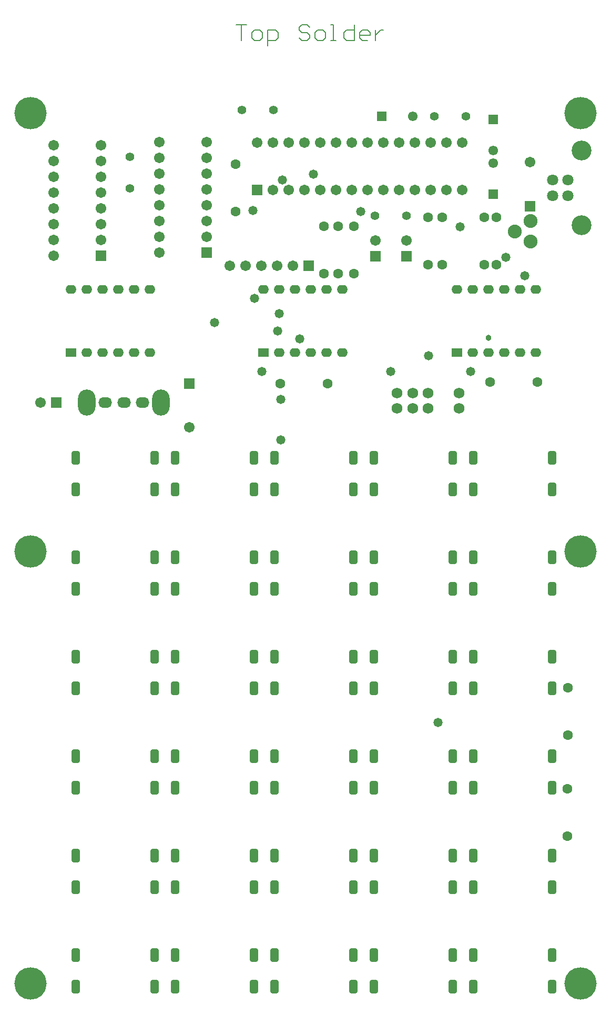
<source format=gts>
%FSLAX25Y25*%
%MOIN*%
G70*
G01*
G75*
G04 Layer_Color=8388736*
%ADD10C,0.01000*%
%ADD11C,0.02000*%
%ADD12C,0.04000*%
%ADD13C,0.02500*%
%ADD14C,0.00600*%
%ADD15C,0.11811*%
%ADD16C,0.06299*%
%ADD17C,0.05512*%
%ADD18C,0.06000*%
%ADD19O,0.10236X0.15748*%
%ADD20O,0.07874X0.06000*%
%ADD21C,0.19685*%
G04:AMPARAMS|DCode=22|XSize=47.24mil|YSize=80mil|CornerRadius=11.81mil|HoleSize=0mil|Usage=FLASHONLY|Rotation=0.000|XOffset=0mil|YOffset=0mil|HoleType=Round|Shape=RoundedRectangle|*
%AMROUNDEDRECTD22*
21,1,0.04724,0.05638,0,0,0.0*
21,1,0.02362,0.08000,0,0,0.0*
1,1,0.02362,0.01181,-0.02819*
1,1,0.02362,-0.01181,-0.02819*
1,1,0.02362,-0.01181,0.02819*
1,1,0.02362,0.01181,0.02819*
%
%ADD22ROUNDEDRECTD22*%
%ADD23C,0.04724*%
%ADD24O,0.06000X0.04724*%
%ADD25R,0.06000X0.04724*%
%ADD26C,0.05906*%
%ADD27R,0.05906X0.05906*%
%ADD28R,0.05315X0.05315*%
%ADD29C,0.05315*%
%ADD30R,0.05906X0.05906*%
%ADD31C,0.08000*%
%ADD32R,0.05315X0.05315*%
%ADD33R,0.05906X0.05906*%
%ADD34C,0.05906*%
%ADD35C,0.05000*%
%ADD36C,0.03000*%
%ADD37C,0.00800*%
%ADD38C,0.03937*%
%ADD39C,0.03386*%
%ADD40C,0.02362*%
%ADD41C,0.00984*%
%ADD42C,0.00787*%
%ADD43C,0.00500*%
%ADD44C,0.00100*%
%ADD45C,0.03000*%
%ADD46C,0.00799*%
%ADD47R,0.07480X0.03150*%
%ADD48C,0.12611*%
%ADD49C,0.07099*%
%ADD50C,0.06312*%
%ADD51C,0.06800*%
%ADD52O,0.11036X0.16548*%
%ADD53O,0.08674X0.06800*%
%ADD54C,0.20485*%
G04:AMPARAMS|DCode=55|XSize=55.24mil|YSize=88mil|CornerRadius=15.81mil|HoleSize=0mil|Usage=FLASHONLY|Rotation=0.000|XOffset=0mil|YOffset=0mil|HoleType=Round|Shape=RoundedRectangle|*
%AMROUNDEDRECTD55*
21,1,0.05524,0.05638,0,0,0.0*
21,1,0.02362,0.08800,0,0,0.0*
1,1,0.03162,0.01181,-0.02819*
1,1,0.03162,-0.01181,-0.02819*
1,1,0.03162,-0.01181,0.02819*
1,1,0.03162,0.01181,0.02819*
%
%ADD55ROUNDEDRECTD55*%
%ADD56C,0.05524*%
%ADD57O,0.06800X0.05524*%
%ADD58R,0.06800X0.05524*%
%ADD59C,0.06706*%
%ADD60R,0.06706X0.06706*%
%ADD61R,0.06115X0.06115*%
%ADD62C,0.06115*%
%ADD63R,0.06706X0.06706*%
%ADD64C,0.08800*%
%ADD65R,0.06115X0.06115*%
%ADD66R,0.06706X0.06706*%
%ADD67C,0.06706*%
%ADD68C,0.05800*%
%ADD69C,0.03800*%
D14*
X140165Y633029D02*
X146830D01*
X143498D01*
Y623032D01*
X151828D02*
X155160D01*
X156827Y624698D01*
Y628031D01*
X155160Y629697D01*
X151828D01*
X150162Y628031D01*
Y624698D01*
X151828Y623032D01*
X160159Y619700D02*
Y629697D01*
X165157D01*
X166823Y628031D01*
Y624698D01*
X165157Y623032D01*
X160159D01*
X186817Y631363D02*
X185151Y633029D01*
X181819D01*
X180152Y631363D01*
Y629697D01*
X181819Y628031D01*
X185151D01*
X186817Y626365D01*
Y624698D01*
X185151Y623032D01*
X181819D01*
X180152Y624698D01*
X191815Y623032D02*
X195148D01*
X196814Y624698D01*
Y628031D01*
X195148Y629697D01*
X191815D01*
X190149Y628031D01*
Y624698D01*
X191815Y623032D01*
X200146D02*
X203478D01*
X201812D01*
Y633029D01*
X200146D01*
X215141D02*
Y623032D01*
X210143D01*
X208477Y624698D01*
Y628031D01*
X210143Y629697D01*
X215141D01*
X223472Y623032D02*
X220140D01*
X218473Y624698D01*
Y628031D01*
X220140Y629697D01*
X223472D01*
X225138Y628031D01*
Y626365D01*
X218473D01*
X228470Y629697D02*
Y623032D01*
Y626365D01*
X230136Y628031D01*
X231802Y629697D01*
X233469D01*
D48*
X359055Y553228D02*
D03*
Y505827D02*
D03*
D49*
X350394Y534449D02*
D03*
Y524606D02*
D03*
X340551D02*
D03*
Y534449D02*
D03*
D50*
X301000Y406496D02*
D03*
X331000D02*
D03*
X350394Y212835D02*
D03*
Y182835D02*
D03*
X350000Y148858D02*
D03*
Y118858D02*
D03*
X204725Y475157D02*
D03*
Y505157D02*
D03*
X168071Y405512D02*
D03*
X198071D02*
D03*
X214567Y475157D02*
D03*
Y505157D02*
D03*
X305118Y481063D02*
D03*
Y511063D02*
D03*
X297244Y481063D02*
D03*
Y511063D02*
D03*
X261811Y481063D02*
D03*
Y511063D02*
D03*
X270622Y481063D02*
D03*
Y511063D02*
D03*
X139764Y544528D02*
D03*
Y514528D02*
D03*
X195866Y505158D02*
D03*
Y475157D02*
D03*
D51*
X281496Y399606D02*
D03*
X261811D02*
D03*
X242126D02*
D03*
X251969D02*
D03*
X281496Y389764D02*
D03*
X261811D02*
D03*
X251969D02*
D03*
X242126D02*
D03*
D52*
X45276Y393701D02*
D03*
X92520D02*
D03*
D53*
X57087D02*
D03*
X68898D02*
D03*
X80709D02*
D03*
D54*
X358268Y299213D02*
D03*
X9843D02*
D03*
Y25591D02*
D03*
X358268D02*
D03*
X9843Y576772D02*
D03*
X358268D02*
D03*
D55*
X290461Y275433D02*
D03*
X340461Y295433D02*
D03*
Y275433D02*
D03*
X290461Y295433D02*
D03*
X227469D02*
D03*
X277469Y275433D02*
D03*
Y295433D02*
D03*
X227469Y275433D02*
D03*
X164476D02*
D03*
X214476Y295433D02*
D03*
Y275433D02*
D03*
X164476Y295433D02*
D03*
X101484D02*
D03*
X151484Y275433D02*
D03*
Y295433D02*
D03*
X101484Y275433D02*
D03*
X38492D02*
D03*
X88492Y295433D02*
D03*
Y275433D02*
D03*
X38492Y295433D02*
D03*
X290461Y232441D02*
D03*
X340461Y212441D02*
D03*
Y232441D02*
D03*
X290461Y212441D02*
D03*
X227469D02*
D03*
X277469Y232441D02*
D03*
Y212441D02*
D03*
X227469Y232441D02*
D03*
X164476D02*
D03*
X214476Y212441D02*
D03*
Y232441D02*
D03*
X164476Y212441D02*
D03*
X101484D02*
D03*
X151484Y232441D02*
D03*
Y212441D02*
D03*
X101484Y232441D02*
D03*
X38492D02*
D03*
X88492Y212441D02*
D03*
Y232441D02*
D03*
X38492Y212441D02*
D03*
X290461Y149449D02*
D03*
X340461Y169449D02*
D03*
Y149449D02*
D03*
X290461Y169449D02*
D03*
X227469D02*
D03*
X277469Y149449D02*
D03*
Y169449D02*
D03*
X227469Y149449D02*
D03*
X164476D02*
D03*
X214476Y169449D02*
D03*
Y149449D02*
D03*
X164476Y169449D02*
D03*
X101484D02*
D03*
X151484Y149449D02*
D03*
Y169449D02*
D03*
X101484Y149449D02*
D03*
X38492D02*
D03*
X88492Y169449D02*
D03*
Y149449D02*
D03*
X38492Y169449D02*
D03*
X290461Y106457D02*
D03*
X340461Y86457D02*
D03*
Y106457D02*
D03*
X290461Y86457D02*
D03*
X227469D02*
D03*
X277469Y106457D02*
D03*
Y86457D02*
D03*
X227469Y106457D02*
D03*
X164476D02*
D03*
X214476Y86457D02*
D03*
Y106457D02*
D03*
X164476Y86457D02*
D03*
X101484D02*
D03*
X151484Y106457D02*
D03*
Y86457D02*
D03*
X101484Y106457D02*
D03*
X38492D02*
D03*
X88492Y86457D02*
D03*
Y106457D02*
D03*
X38492Y86457D02*
D03*
X290461Y23465D02*
D03*
X340461Y43465D02*
D03*
Y23465D02*
D03*
X290461Y43465D02*
D03*
X227469D02*
D03*
X277469Y23465D02*
D03*
Y43465D02*
D03*
X227469Y23465D02*
D03*
X164476D02*
D03*
X214476Y43465D02*
D03*
Y23465D02*
D03*
X164476Y43465D02*
D03*
X101484D02*
D03*
X151484Y23465D02*
D03*
Y43465D02*
D03*
X101484Y23465D02*
D03*
X38492D02*
D03*
X88492Y43465D02*
D03*
Y23465D02*
D03*
X38492Y43465D02*
D03*
Y358425D02*
D03*
X88492Y338425D02*
D03*
Y358425D02*
D03*
X38492Y338425D02*
D03*
X101484D02*
D03*
X151484Y358425D02*
D03*
Y338425D02*
D03*
X101484Y358425D02*
D03*
X164476D02*
D03*
X214476Y338425D02*
D03*
Y358425D02*
D03*
X164476Y338425D02*
D03*
X227469D02*
D03*
X277469Y358425D02*
D03*
Y338425D02*
D03*
X227469Y358425D02*
D03*
X290461D02*
D03*
X340461Y338425D02*
D03*
Y358425D02*
D03*
X290461Y338425D02*
D03*
D56*
X72835Y549370D02*
D03*
Y529370D02*
D03*
X228189Y511811D02*
D03*
X248189D02*
D03*
X285591Y574803D02*
D03*
X265591D02*
D03*
X143543Y578740D02*
D03*
X163543D02*
D03*
D57*
X330031Y465197D02*
D03*
X320031D02*
D03*
X310031D02*
D03*
X300031D02*
D03*
X290031D02*
D03*
X280031D02*
D03*
X330031Y425197D02*
D03*
X320031D02*
D03*
X310031D02*
D03*
X300031D02*
D03*
X290031D02*
D03*
X207480Y465197D02*
D03*
X197480D02*
D03*
X187480D02*
D03*
X177480D02*
D03*
X167480D02*
D03*
X157480D02*
D03*
X207480Y425197D02*
D03*
X197480D02*
D03*
X187480D02*
D03*
X177480D02*
D03*
X167480D02*
D03*
X85433Y465197D02*
D03*
X75433D02*
D03*
X65433D02*
D03*
X55433D02*
D03*
X45433D02*
D03*
X35433D02*
D03*
X85433Y425197D02*
D03*
X75433D02*
D03*
X65433D02*
D03*
X55433D02*
D03*
X45433D02*
D03*
D58*
X280031D02*
D03*
X157480D02*
D03*
X35433D02*
D03*
D59*
X283504Y558307D02*
D03*
X273504D02*
D03*
X263504D02*
D03*
X253504D02*
D03*
X243504D02*
D03*
X233504D02*
D03*
X223504D02*
D03*
X213504D02*
D03*
X203504D02*
D03*
X193504D02*
D03*
X183504D02*
D03*
X173504D02*
D03*
X163504D02*
D03*
X153504D02*
D03*
X283504Y528307D02*
D03*
X273504D02*
D03*
X263504D02*
D03*
X253504D02*
D03*
X243504D02*
D03*
X233504D02*
D03*
X223504D02*
D03*
X213504D02*
D03*
X203504D02*
D03*
X193504D02*
D03*
X183504D02*
D03*
X173504D02*
D03*
X163504D02*
D03*
X16000Y393701D02*
D03*
X110236Y377756D02*
D03*
X176024Y480315D02*
D03*
X166024D02*
D03*
X156024D02*
D03*
X146024D02*
D03*
X136024D02*
D03*
X248032Y496220D02*
D03*
X228346D02*
D03*
X326378Y545866D02*
D03*
D60*
X153504Y528307D02*
D03*
X110236Y405709D02*
D03*
X248032Y486220D02*
D03*
X228346D02*
D03*
X326378Y517913D02*
D03*
D61*
X232284Y574803D02*
D03*
D62*
X251969D02*
D03*
X303150Y545276D02*
D03*
Y553150D02*
D03*
D63*
X26000Y393701D02*
D03*
X186024Y480315D02*
D03*
D64*
X326772Y508468D02*
D03*
X316772Y501968D02*
D03*
X326772Y495468D02*
D03*
D65*
X303150Y525591D02*
D03*
Y572835D02*
D03*
D66*
X54370Y486654D02*
D03*
X121299Y488622D02*
D03*
D67*
X54370Y496654D02*
D03*
Y506654D02*
D03*
Y516654D02*
D03*
Y526654D02*
D03*
Y536654D02*
D03*
Y546654D02*
D03*
Y556654D02*
D03*
X24370Y486654D02*
D03*
Y496654D02*
D03*
Y506654D02*
D03*
Y516654D02*
D03*
Y526654D02*
D03*
Y536654D02*
D03*
Y546654D02*
D03*
Y556654D02*
D03*
X121299Y498622D02*
D03*
Y508622D02*
D03*
Y518622D02*
D03*
Y528622D02*
D03*
Y538622D02*
D03*
Y548622D02*
D03*
Y558622D02*
D03*
X91299Y488622D02*
D03*
Y498622D02*
D03*
Y508622D02*
D03*
Y518622D02*
D03*
Y528622D02*
D03*
Y538622D02*
D03*
Y548622D02*
D03*
Y558622D02*
D03*
D68*
X168307Y395669D02*
D03*
X126233Y444249D02*
D03*
X188976Y538386D02*
D03*
X169291Y534449D02*
D03*
X151575Y459646D02*
D03*
X150808Y515198D02*
D03*
X167323Y449803D02*
D03*
X268000Y190945D02*
D03*
X288622Y413386D02*
D03*
X323200Y473800D02*
D03*
X180400Y434000D02*
D03*
X166500Y438900D02*
D03*
X168500Y369800D02*
D03*
X262100Y423300D02*
D03*
X310900Y485400D02*
D03*
X219100Y514400D02*
D03*
X156500Y413200D02*
D03*
X282000Y504800D02*
D03*
X238189Y413386D02*
D03*
D69*
X300031Y434400D02*
D03*
M02*

</source>
